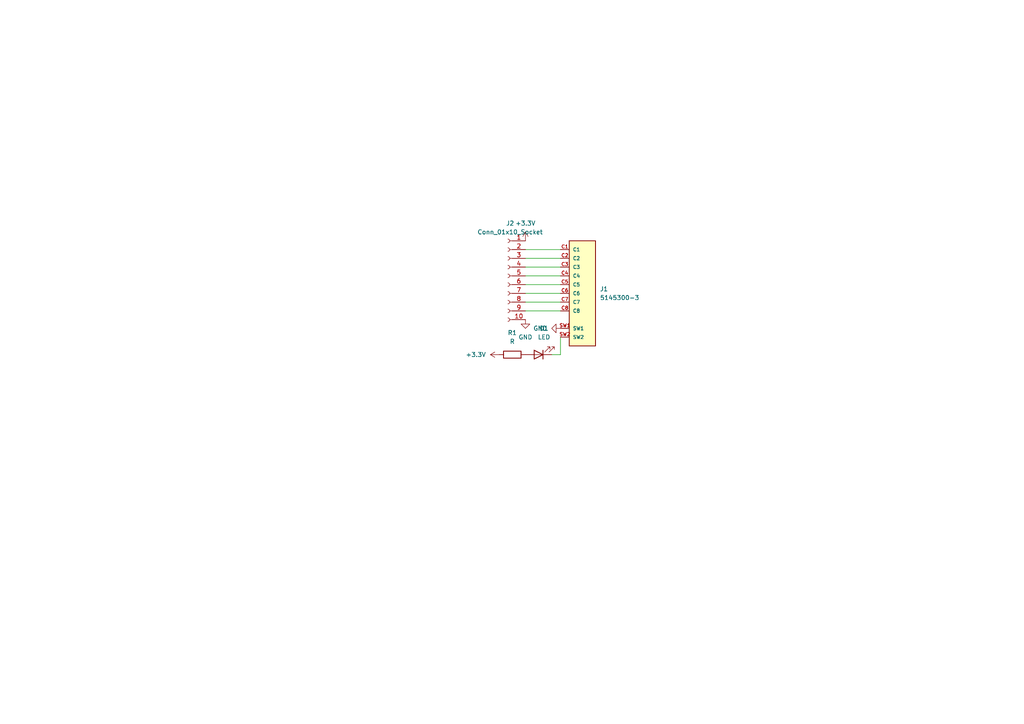
<source format=kicad_sch>
(kicad_sch (version 20230121) (generator eeschema)

  (uuid 0e90689e-63e1-4386-8e72-ce616efbd88b)

  (paper "A4")

  (lib_symbols
    (symbol "5145300-3:5145300-3" (pin_names (offset 1.016)) (in_bom yes) (on_board yes)
      (property "Reference" "J" (at -5.0883 15.9011 0)
        (effects (font (size 1.27 1.27)) (justify left bottom))
      )
      (property "Value" "5145300-3" (at -5.0832 -17.7912 0)
        (effects (font (size 1.27 1.27)) (justify left bottom))
      )
      (property "Footprint" "5145300-3:TE_5145300-3" (at 0 0 0)
        (effects (font (size 1.27 1.27)) (justify bottom) hide)
      )
      (property "Datasheet" "" (at 0 0 0)
        (effects (font (size 1.27 1.27)) hide)
      )
      (property "Comment" "5145300-3" (at 0 0 0)
        (effects (font (size 1.27 1.27)) (justify bottom) hide)
      )
      (property "MF" "TE Connectivity" (at 0 0 0)
        (effects (font (size 1.27 1.27)) (justify bottom) hide)
      )
      (property "Description" "\nConn Smart Card RCP 8 POS 2.54mm Solder ST SMD Tray\n" (at 0 0 0)
        (effects (font (size 1.27 1.27)) (justify bottom) hide)
      )
      (property "Package" "None" (at 0 0 0)
        (effects (font (size 1.27 1.27)) (justify bottom) hide)
      )
      (property "Price" "None" (at 0 0 0)
        (effects (font (size 1.27 1.27)) (justify bottom) hide)
      )
      (property "Check_prices" "https://www.snapeda.com/parts/5145300-3/TE+Connectivity+AMP+Connectors/view-part/?ref=eda" (at 0 0 0)
        (effects (font (size 1.27 1.27)) (justify bottom) hide)
      )
      (property "STANDARD" "Manufacturer recommendations" (at 0 0 0)
        (effects (font (size 1.27 1.27)) (justify bottom) hide)
      )
      (property "PARTREV" "C3" (at 0 0 0)
        (effects (font (size 1.27 1.27)) (justify bottom) hide)
      )
      (property "SnapEDA_Link" "https://www.snapeda.com/parts/5145300-3/TE+Connectivity+AMP+Connectors/view-part/?ref=snap" (at 0 0 0)
        (effects (font (size 1.27 1.27)) (justify bottom) hide)
      )
      (property "MP" "5145300-3" (at 0 0 0)
        (effects (font (size 1.27 1.27)) (justify bottom) hide)
      )
      (property "Purchase-URL" "https://www.snapeda.com/api/url_track_click_mouser/?unipart_id=543619&manufacturer=TE Connectivity&part_name=5145300-3&search_term=smart card connector" (at 0 0 0)
        (effects (font (size 1.27 1.27)) (justify bottom) hide)
      )
      (property "EU_RoHS_Compliance" "Compliant" (at 0 0 0)
        (effects (font (size 1.27 1.27)) (justify bottom) hide)
      )
      (property "Availability" "In Stock" (at 0 0 0)
        (effects (font (size 1.27 1.27)) (justify bottom) hide)
      )
      (property "MANUFACTURER" "TE Connectivity" (at 0 0 0)
        (effects (font (size 1.27 1.27)) (justify bottom) hide)
      )
      (symbol "5145300-3_0_0"
        (rectangle (start -5.08 -15.24) (end 2.54 15.24)
          (stroke (width 0.254) (type default))
          (fill (type background))
        )
        (pin passive line (at -7.62 12.7 0) (length 2.54)
          (name "C1" (effects (font (size 1.016 1.016))))
          (number "C1" (effects (font (size 1.016 1.016))))
        )
        (pin passive line (at -7.62 10.16 0) (length 2.54)
          (name "C2" (effects (font (size 1.016 1.016))))
          (number "C2" (effects (font (size 1.016 1.016))))
        )
        (pin passive line (at -7.62 7.62 0) (length 2.54)
          (name "C3" (effects (font (size 1.016 1.016))))
          (number "C3" (effects (font (size 1.016 1.016))))
        )
        (pin passive line (at -7.62 5.08 0) (length 2.54)
          (name "C4" (effects (font (size 1.016 1.016))))
          (number "C4" (effects (font (size 1.016 1.016))))
        )
        (pin passive line (at -7.62 2.54 0) (length 2.54)
          (name "C5" (effects (font (size 1.016 1.016))))
          (number "C5" (effects (font (size 1.016 1.016))))
        )
        (pin passive line (at -7.62 0 0) (length 2.54)
          (name "C6" (effects (font (size 1.016 1.016))))
          (number "C6" (effects (font (size 1.016 1.016))))
        )
        (pin passive line (at -7.62 -2.54 0) (length 2.54)
          (name "C7" (effects (font (size 1.016 1.016))))
          (number "C7" (effects (font (size 1.016 1.016))))
        )
        (pin passive line (at -7.62 -5.08 0) (length 2.54)
          (name "C8" (effects (font (size 1.016 1.016))))
          (number "C8" (effects (font (size 1.016 1.016))))
        )
        (pin passive line (at -7.62 -10.16 0) (length 2.54)
          (name "SW1" (effects (font (size 1.016 1.016))))
          (number "SW1" (effects (font (size 1.016 1.016))))
        )
        (pin passive line (at -7.62 -12.7 0) (length 2.54)
          (name "SW2" (effects (font (size 1.016 1.016))))
          (number "SW2" (effects (font (size 1.016 1.016))))
        )
      )
    )
    (symbol "Connector:Conn_01x10_Socket" (pin_names (offset 1.016) hide) (in_bom yes) (on_board yes)
      (property "Reference" "J" (at 0 12.7 0)
        (effects (font (size 1.27 1.27)))
      )
      (property "Value" "Conn_01x10_Socket" (at 0 -15.24 0)
        (effects (font (size 1.27 1.27)))
      )
      (property "Footprint" "" (at 0 0 0)
        (effects (font (size 1.27 1.27)) hide)
      )
      (property "Datasheet" "~" (at 0 0 0)
        (effects (font (size 1.27 1.27)) hide)
      )
      (property "ki_locked" "" (at 0 0 0)
        (effects (font (size 1.27 1.27)))
      )
      (property "ki_keywords" "connector" (at 0 0 0)
        (effects (font (size 1.27 1.27)) hide)
      )
      (property "ki_description" "Generic connector, single row, 01x10, script generated" (at 0 0 0)
        (effects (font (size 1.27 1.27)) hide)
      )
      (property "ki_fp_filters" "Connector*:*_1x??_*" (at 0 0 0)
        (effects (font (size 1.27 1.27)) hide)
      )
      (symbol "Conn_01x10_Socket_1_1"
        (arc (start 0 -12.192) (mid -0.5058 -12.7) (end 0 -13.208)
          (stroke (width 0.1524) (type default))
          (fill (type none))
        )
        (arc (start 0 -9.652) (mid -0.5058 -10.16) (end 0 -10.668)
          (stroke (width 0.1524) (type default))
          (fill (type none))
        )
        (arc (start 0 -7.112) (mid -0.5058 -7.62) (end 0 -8.128)
          (stroke (width 0.1524) (type default))
          (fill (type none))
        )
        (arc (start 0 -4.572) (mid -0.5058 -5.08) (end 0 -5.588)
          (stroke (width 0.1524) (type default))
          (fill (type none))
        )
        (arc (start 0 -2.032) (mid -0.5058 -2.54) (end 0 -3.048)
          (stroke (width 0.1524) (type default))
          (fill (type none))
        )
        (polyline
          (pts
            (xy -1.27 -12.7)
            (xy -0.508 -12.7)
          )
          (stroke (width 0.1524) (type default))
          (fill (type none))
        )
        (polyline
          (pts
            (xy -1.27 -10.16)
            (xy -0.508 -10.16)
          )
          (stroke (width 0.1524) (type default))
          (fill (type none))
        )
        (polyline
          (pts
            (xy -1.27 -7.62)
            (xy -0.508 -7.62)
          )
          (stroke (width 0.1524) (type default))
          (fill (type none))
        )
        (polyline
          (pts
            (xy -1.27 -5.08)
            (xy -0.508 -5.08)
          )
          (stroke (width 0.1524) (type default))
          (fill (type none))
        )
        (polyline
          (pts
            (xy -1.27 -2.54)
            (xy -0.508 -2.54)
          )
          (stroke (width 0.1524) (type default))
          (fill (type none))
        )
        (polyline
          (pts
            (xy -1.27 0)
            (xy -0.508 0)
          )
          (stroke (width 0.1524) (type default))
          (fill (type none))
        )
        (polyline
          (pts
            (xy -1.27 2.54)
            (xy -0.508 2.54)
          )
          (stroke (width 0.1524) (type default))
          (fill (type none))
        )
        (polyline
          (pts
            (xy -1.27 5.08)
            (xy -0.508 5.08)
          )
          (stroke (width 0.1524) (type default))
          (fill (type none))
        )
        (polyline
          (pts
            (xy -1.27 7.62)
            (xy -0.508 7.62)
          )
          (stroke (width 0.1524) (type default))
          (fill (type none))
        )
        (polyline
          (pts
            (xy -1.27 10.16)
            (xy -0.508 10.16)
          )
          (stroke (width 0.1524) (type default))
          (fill (type none))
        )
        (arc (start 0 0.508) (mid -0.5058 0) (end 0 -0.508)
          (stroke (width 0.1524) (type default))
          (fill (type none))
        )
        (arc (start 0 3.048) (mid -0.5058 2.54) (end 0 2.032)
          (stroke (width 0.1524) (type default))
          (fill (type none))
        )
        (arc (start 0 5.588) (mid -0.5058 5.08) (end 0 4.572)
          (stroke (width 0.1524) (type default))
          (fill (type none))
        )
        (arc (start 0 8.128) (mid -0.5058 7.62) (end 0 7.112)
          (stroke (width 0.1524) (type default))
          (fill (type none))
        )
        (arc (start 0 10.668) (mid -0.5058 10.16) (end 0 9.652)
          (stroke (width 0.1524) (type default))
          (fill (type none))
        )
        (pin passive line (at -5.08 10.16 0) (length 3.81)
          (name "Pin_1" (effects (font (size 1.27 1.27))))
          (number "1" (effects (font (size 1.27 1.27))))
        )
        (pin passive line (at -5.08 -12.7 0) (length 3.81)
          (name "Pin_10" (effects (font (size 1.27 1.27))))
          (number "10" (effects (font (size 1.27 1.27))))
        )
        (pin passive line (at -5.08 7.62 0) (length 3.81)
          (name "Pin_2" (effects (font (size 1.27 1.27))))
          (number "2" (effects (font (size 1.27 1.27))))
        )
        (pin passive line (at -5.08 5.08 0) (length 3.81)
          (name "Pin_3" (effects (font (size 1.27 1.27))))
          (number "3" (effects (font (size 1.27 1.27))))
        )
        (pin passive line (at -5.08 2.54 0) (length 3.81)
          (name "Pin_4" (effects (font (size 1.27 1.27))))
          (number "4" (effects (font (size 1.27 1.27))))
        )
        (pin passive line (at -5.08 0 0) (length 3.81)
          (name "Pin_5" (effects (font (size 1.27 1.27))))
          (number "5" (effects (font (size 1.27 1.27))))
        )
        (pin passive line (at -5.08 -2.54 0) (length 3.81)
          (name "Pin_6" (effects (font (size 1.27 1.27))))
          (number "6" (effects (font (size 1.27 1.27))))
        )
        (pin passive line (at -5.08 -5.08 0) (length 3.81)
          (name "Pin_7" (effects (font (size 1.27 1.27))))
          (number "7" (effects (font (size 1.27 1.27))))
        )
        (pin passive line (at -5.08 -7.62 0) (length 3.81)
          (name "Pin_8" (effects (font (size 1.27 1.27))))
          (number "8" (effects (font (size 1.27 1.27))))
        )
        (pin passive line (at -5.08 -10.16 0) (length 3.81)
          (name "Pin_9" (effects (font (size 1.27 1.27))))
          (number "9" (effects (font (size 1.27 1.27))))
        )
      )
    )
    (symbol "Device:LED" (pin_numbers hide) (pin_names (offset 1.016) hide) (in_bom yes) (on_board yes)
      (property "Reference" "D" (at 0 2.54 0)
        (effects (font (size 1.27 1.27)))
      )
      (property "Value" "LED" (at 0 -2.54 0)
        (effects (font (size 1.27 1.27)))
      )
      (property "Footprint" "" (at 0 0 0)
        (effects (font (size 1.27 1.27)) hide)
      )
      (property "Datasheet" "~" (at 0 0 0)
        (effects (font (size 1.27 1.27)) hide)
      )
      (property "ki_keywords" "LED diode" (at 0 0 0)
        (effects (font (size 1.27 1.27)) hide)
      )
      (property "ki_description" "Light emitting diode" (at 0 0 0)
        (effects (font (size 1.27 1.27)) hide)
      )
      (property "ki_fp_filters" "LED* LED_SMD:* LED_THT:*" (at 0 0 0)
        (effects (font (size 1.27 1.27)) hide)
      )
      (symbol "LED_0_1"
        (polyline
          (pts
            (xy -1.27 -1.27)
            (xy -1.27 1.27)
          )
          (stroke (width 0.254) (type default))
          (fill (type none))
        )
        (polyline
          (pts
            (xy -1.27 0)
            (xy 1.27 0)
          )
          (stroke (width 0) (type default))
          (fill (type none))
        )
        (polyline
          (pts
            (xy 1.27 -1.27)
            (xy 1.27 1.27)
            (xy -1.27 0)
            (xy 1.27 -1.27)
          )
          (stroke (width 0.254) (type default))
          (fill (type none))
        )
        (polyline
          (pts
            (xy -3.048 -0.762)
            (xy -4.572 -2.286)
            (xy -3.81 -2.286)
            (xy -4.572 -2.286)
            (xy -4.572 -1.524)
          )
          (stroke (width 0) (type default))
          (fill (type none))
        )
        (polyline
          (pts
            (xy -1.778 -0.762)
            (xy -3.302 -2.286)
            (xy -2.54 -2.286)
            (xy -3.302 -2.286)
            (xy -3.302 -1.524)
          )
          (stroke (width 0) (type default))
          (fill (type none))
        )
      )
      (symbol "LED_1_1"
        (pin passive line (at -3.81 0 0) (length 2.54)
          (name "K" (effects (font (size 1.27 1.27))))
          (number "1" (effects (font (size 1.27 1.27))))
        )
        (pin passive line (at 3.81 0 180) (length 2.54)
          (name "A" (effects (font (size 1.27 1.27))))
          (number "2" (effects (font (size 1.27 1.27))))
        )
      )
    )
    (symbol "Device:R" (pin_numbers hide) (pin_names (offset 0)) (in_bom yes) (on_board yes)
      (property "Reference" "R" (at 2.032 0 90)
        (effects (font (size 1.27 1.27)))
      )
      (property "Value" "R" (at 0 0 90)
        (effects (font (size 1.27 1.27)))
      )
      (property "Footprint" "" (at -1.778 0 90)
        (effects (font (size 1.27 1.27)) hide)
      )
      (property "Datasheet" "~" (at 0 0 0)
        (effects (font (size 1.27 1.27)) hide)
      )
      (property "ki_keywords" "R res resistor" (at 0 0 0)
        (effects (font (size 1.27 1.27)) hide)
      )
      (property "ki_description" "Resistor" (at 0 0 0)
        (effects (font (size 1.27 1.27)) hide)
      )
      (property "ki_fp_filters" "R_*" (at 0 0 0)
        (effects (font (size 1.27 1.27)) hide)
      )
      (symbol "R_0_1"
        (rectangle (start -1.016 -2.54) (end 1.016 2.54)
          (stroke (width 0.254) (type default))
          (fill (type none))
        )
      )
      (symbol "R_1_1"
        (pin passive line (at 0 3.81 270) (length 1.27)
          (name "~" (effects (font (size 1.27 1.27))))
          (number "1" (effects (font (size 1.27 1.27))))
        )
        (pin passive line (at 0 -3.81 90) (length 1.27)
          (name "~" (effects (font (size 1.27 1.27))))
          (number "2" (effects (font (size 1.27 1.27))))
        )
      )
    )
    (symbol "power:+3.3V" (power) (pin_names (offset 0)) (in_bom yes) (on_board yes)
      (property "Reference" "#PWR" (at 0 -3.81 0)
        (effects (font (size 1.27 1.27)) hide)
      )
      (property "Value" "+3.3V" (at 0 3.556 0)
        (effects (font (size 1.27 1.27)))
      )
      (property "Footprint" "" (at 0 0 0)
        (effects (font (size 1.27 1.27)) hide)
      )
      (property "Datasheet" "" (at 0 0 0)
        (effects (font (size 1.27 1.27)) hide)
      )
      (property "ki_keywords" "global power" (at 0 0 0)
        (effects (font (size 1.27 1.27)) hide)
      )
      (property "ki_description" "Power symbol creates a global label with name \"+3.3V\"" (at 0 0 0)
        (effects (font (size 1.27 1.27)) hide)
      )
      (symbol "+3.3V_0_1"
        (polyline
          (pts
            (xy -0.762 1.27)
            (xy 0 2.54)
          )
          (stroke (width 0) (type default))
          (fill (type none))
        )
        (polyline
          (pts
            (xy 0 0)
            (xy 0 2.54)
          )
          (stroke (width 0) (type default))
          (fill (type none))
        )
        (polyline
          (pts
            (xy 0 2.54)
            (xy 0.762 1.27)
          )
          (stroke (width 0) (type default))
          (fill (type none))
        )
      )
      (symbol "+3.3V_1_1"
        (pin power_in line (at 0 0 90) (length 0) hide
          (name "+3.3V" (effects (font (size 1.27 1.27))))
          (number "1" (effects (font (size 1.27 1.27))))
        )
      )
    )
    (symbol "power:GND" (power) (pin_names (offset 0)) (in_bom yes) (on_board yes)
      (property "Reference" "#PWR" (at 0 -6.35 0)
        (effects (font (size 1.27 1.27)) hide)
      )
      (property "Value" "GND" (at 0 -3.81 0)
        (effects (font (size 1.27 1.27)))
      )
      (property "Footprint" "" (at 0 0 0)
        (effects (font (size 1.27 1.27)) hide)
      )
      (property "Datasheet" "" (at 0 0 0)
        (effects (font (size 1.27 1.27)) hide)
      )
      (property "ki_keywords" "global power" (at 0 0 0)
        (effects (font (size 1.27 1.27)) hide)
      )
      (property "ki_description" "Power symbol creates a global label with name \"GND\" , ground" (at 0 0 0)
        (effects (font (size 1.27 1.27)) hide)
      )
      (symbol "GND_0_1"
        (polyline
          (pts
            (xy 0 0)
            (xy 0 -1.27)
            (xy 1.27 -1.27)
            (xy 0 -2.54)
            (xy -1.27 -1.27)
            (xy 0 -1.27)
          )
          (stroke (width 0) (type default))
          (fill (type none))
        )
      )
      (symbol "GND_1_1"
        (pin power_in line (at 0 0 270) (length 0) hide
          (name "GND" (effects (font (size 1.27 1.27))))
          (number "1" (effects (font (size 1.27 1.27))))
        )
      )
    )
  )


  (wire (pts (xy 152.4 82.55) (xy 162.56 82.55))
    (stroke (width 0) (type default))
    (uuid 03561529-9243-4c53-9542-1e5be1fd4ed6)
  )
  (wire (pts (xy 160.02 102.87) (xy 162.56 102.87))
    (stroke (width 0) (type default))
    (uuid 077d881f-6e0e-4b87-85f4-e7907aa41421)
  )
  (wire (pts (xy 152.4 87.63) (xy 162.56 87.63))
    (stroke (width 0) (type default))
    (uuid 17074cef-95c9-4342-8d3f-2418f43eff8e)
  )
  (wire (pts (xy 162.56 102.87) (xy 162.56 97.79))
    (stroke (width 0) (type default))
    (uuid 4ce34708-283f-40ac-ac7b-f13346ac342c)
  )
  (wire (pts (xy 152.4 85.09) (xy 162.56 85.09))
    (stroke (width 0) (type default))
    (uuid 5cf07e1b-3e81-49f5-bb8c-b79184492676)
  )
  (wire (pts (xy 152.4 72.39) (xy 162.56 72.39))
    (stroke (width 0) (type default))
    (uuid 7e61e8ba-8c70-4166-a80d-b79644bdf797)
  )
  (wire (pts (xy 152.4 90.17) (xy 162.56 90.17))
    (stroke (width 0) (type default))
    (uuid 868f5943-65ef-4863-9fba-6ddf021c1c7f)
  )
  (wire (pts (xy 152.4 74.93) (xy 162.56 74.93))
    (stroke (width 0) (type default))
    (uuid 909d7335-388e-42d9-92ef-36ff3a45c627)
  )
  (wire (pts (xy 152.4 77.47) (xy 162.56 77.47))
    (stroke (width 0) (type default))
    (uuid f1e40146-c177-4f51-9035-e67d88ef7c55)
  )
  (wire (pts (xy 152.4 80.01) (xy 162.56 80.01))
    (stroke (width 0) (type default))
    (uuid f4d8f7ae-f8a2-4eb6-9642-842e818c63ad)
  )

  (symbol (lib_id "Device:LED") (at 156.21 102.87 180) (unit 1)
    (in_bom yes) (on_board yes) (dnp no) (fields_autoplaced)
    (uuid 55232c59-454b-4839-a853-f6991c6d253c)
    (property "Reference" "D1" (at 157.7975 95.25 0)
      (effects (font (size 1.27 1.27)))
    )
    (property "Value" "LED" (at 157.7975 97.79 0)
      (effects (font (size 1.27 1.27)))
    )
    (property "Footprint" "LED_SMD:LED_0805_2012Metric" (at 156.21 102.87 0)
      (effects (font (size 1.27 1.27)) hide)
    )
    (property "Datasheet" "~" (at 156.21 102.87 0)
      (effects (font (size 1.27 1.27)) hide)
    )
    (pin "1" (uuid 162ecfe9-cf2d-4aea-90ba-8759b149c0b7))
    (pin "2" (uuid 4d6ca439-0fe0-463e-b313-6bac859f50ad))
    (instances
      (project "kf011c"
        (path "/0e90689e-63e1-4386-8e72-ce616efbd88b"
          (reference "D1") (unit 1)
        )
      )
    )
  )

  (symbol (lib_id "power:GND") (at 162.56 95.25 270) (unit 1)
    (in_bom yes) (on_board yes) (dnp no) (fields_autoplaced)
    (uuid 559f9ed9-0c78-4b44-a615-e0afd57c6db1)
    (property "Reference" "#PWR04" (at 156.21 95.25 0)
      (effects (font (size 1.27 1.27)) hide)
    )
    (property "Value" "GND" (at 158.75 95.25 90)
      (effects (font (size 1.27 1.27)) (justify right))
    )
    (property "Footprint" "" (at 162.56 95.25 0)
      (effects (font (size 1.27 1.27)) hide)
    )
    (property "Datasheet" "" (at 162.56 95.25 0)
      (effects (font (size 1.27 1.27)) hide)
    )
    (pin "1" (uuid 39a1eb9f-c7c9-47bf-a942-80431717fee3))
    (instances
      (project "kf011c"
        (path "/0e90689e-63e1-4386-8e72-ce616efbd88b"
          (reference "#PWR04") (unit 1)
        )
      )
    )
  )

  (symbol (lib_id "5145300-3:5145300-3") (at 170.18 85.09 0) (unit 1)
    (in_bom yes) (on_board yes) (dnp no) (fields_autoplaced)
    (uuid 6f70818f-64f2-434a-a33f-4233124a749b)
    (property "Reference" "J1" (at 173.99 83.82 0)
      (effects (font (size 1.27 1.27)) (justify left))
    )
    (property "Value" "5145300-3" (at 173.99 86.36 0)
      (effects (font (size 1.27 1.27)) (justify left))
    )
    (property "Footprint" "footprints:TE_5145300-3" (at 170.18 85.09 0)
      (effects (font (size 1.27 1.27)) (justify bottom) hide)
    )
    (property "Datasheet" "" (at 170.18 85.09 0)
      (effects (font (size 1.27 1.27)) hide)
    )
    (property "Comment" "5145300-3" (at 170.18 85.09 0)
      (effects (font (size 1.27 1.27)) (justify bottom) hide)
    )
    (property "MF" "TE Connectivity" (at 170.18 85.09 0)
      (effects (font (size 1.27 1.27)) (justify bottom) hide)
    )
    (property "Description" "\nConn Smart Card RCP 8 POS 2.54mm Solder ST SMD Tray\n" (at 170.18 85.09 0)
      (effects (font (size 1.27 1.27)) (justify bottom) hide)
    )
    (property "Package" "None" (at 170.18 85.09 0)
      (effects (font (size 1.27 1.27)) (justify bottom) hide)
    )
    (property "Price" "None" (at 170.18 85.09 0)
      (effects (font (size 1.27 1.27)) (justify bottom) hide)
    )
    (property "Check_prices" "https://www.snapeda.com/parts/5145300-3/TE+Connectivity+AMP+Connectors/view-part/?ref=eda" (at 170.18 85.09 0)
      (effects (font (size 1.27 1.27)) (justify bottom) hide)
    )
    (property "STANDARD" "Manufacturer recommendations" (at 170.18 85.09 0)
      (effects (font (size 1.27 1.27)) (justify bottom) hide)
    )
    (property "PARTREV" "C3" (at 170.18 85.09 0)
      (effects (font (size 1.27 1.27)) (justify bottom) hide)
    )
    (property "SnapEDA_Link" "https://www.snapeda.com/parts/5145300-3/TE+Connectivity+AMP+Connectors/view-part/?ref=snap" (at 170.18 85.09 0)
      (effects (font (size 1.27 1.27)) (justify bottom) hide)
    )
    (property "MP" "5145300-3" (at 170.18 85.09 0)
      (effects (font (size 1.27 1.27)) (justify bottom) hide)
    )
    (property "Purchase-URL" "https://www.snapeda.com/api/url_track_click_mouser/?unipart_id=543619&manufacturer=TE Connectivity&part_name=5145300-3&search_term=smart card connector" (at 170.18 85.09 0)
      (effects (font (size 1.27 1.27)) (justify bottom) hide)
    )
    (property "EU_RoHS_Compliance" "Compliant" (at 170.18 85.09 0)
      (effects (font (size 1.27 1.27)) (justify bottom) hide)
    )
    (property "Availability" "In Stock" (at 170.18 85.09 0)
      (effects (font (size 1.27 1.27)) (justify bottom) hide)
    )
    (property "MANUFACTURER" "TE Connectivity" (at 170.18 85.09 0)
      (effects (font (size 1.27 1.27)) (justify bottom) hide)
    )
    (pin "C1" (uuid 471d7c4d-1f05-4a33-bd64-81d1ee268ed3))
    (pin "C2" (uuid cf57b40f-9d62-43e5-89d3-1b241469fcc3))
    (pin "C3" (uuid 1e8aedaf-304a-4ee0-8646-b16ca6dada44))
    (pin "C4" (uuid 7d07ecd3-b1ae-4441-b222-6352baa1b076))
    (pin "C5" (uuid ff1e0886-0f4b-4435-a842-c21130d83793))
    (pin "C6" (uuid 9492f48c-84b0-48e1-b8d7-a4af0511a138))
    (pin "C7" (uuid 63aeb1df-aab4-48fb-8dd6-3bdfe15c3862))
    (pin "C8" (uuid cdf12913-39da-4eb6-8a31-514c095a347d))
    (pin "SW1" (uuid bb28770d-cfe3-4e8b-ab97-73577badd265))
    (pin "SW2" (uuid a546aed9-94a3-4f60-8a9b-983c8a0f19cb))
    (instances
      (project "kf011c"
        (path "/0e90689e-63e1-4386-8e72-ce616efbd88b"
          (reference "J1") (unit 1)
        )
      )
    )
  )

  (symbol (lib_id "power:+3.3V") (at 144.78 102.87 90) (unit 1)
    (in_bom yes) (on_board yes) (dnp no) (fields_autoplaced)
    (uuid 8bc5f5f7-fccc-4522-a7c7-aec7eaf424ee)
    (property "Reference" "#PWR02" (at 148.59 102.87 0)
      (effects (font (size 1.27 1.27)) hide)
    )
    (property "Value" "+3.3V" (at 140.97 102.87 90)
      (effects (font (size 1.27 1.27)) (justify left))
    )
    (property "Footprint" "" (at 144.78 102.87 0)
      (effects (font (size 1.27 1.27)) hide)
    )
    (property "Datasheet" "" (at 144.78 102.87 0)
      (effects (font (size 1.27 1.27)) hide)
    )
    (pin "1" (uuid c3fa3d3f-04f8-4139-a435-48663e89d08b))
    (instances
      (project "kf011c"
        (path "/0e90689e-63e1-4386-8e72-ce616efbd88b"
          (reference "#PWR02") (unit 1)
        )
      )
    )
  )

  (symbol (lib_id "Device:R") (at 148.59 102.87 90) (unit 1)
    (in_bom yes) (on_board yes) (dnp no) (fields_autoplaced)
    (uuid a3474657-919f-45c8-9db3-245b610a43c5)
    (property "Reference" "R1" (at 148.59 96.52 90)
      (effects (font (size 1.27 1.27)))
    )
    (property "Value" "R" (at 148.59 99.06 90)
      (effects (font (size 1.27 1.27)))
    )
    (property "Footprint" "Resistor_SMD:R_0805_2012Metric" (at 148.59 104.648 90)
      (effects (font (size 1.27 1.27)) hide)
    )
    (property "Datasheet" "~" (at 148.59 102.87 0)
      (effects (font (size 1.27 1.27)) hide)
    )
    (pin "1" (uuid 277224a1-656a-4e62-af0c-8b13d3c6454d))
    (pin "2" (uuid 5109fad6-7d5c-4ba9-baa3-26fb066b8377))
    (instances
      (project "kf011c"
        (path "/0e90689e-63e1-4386-8e72-ce616efbd88b"
          (reference "R1") (unit 1)
        )
      )
    )
  )

  (symbol (lib_id "power:GND") (at 152.4 92.71 0) (unit 1)
    (in_bom yes) (on_board yes) (dnp no) (fields_autoplaced)
    (uuid b2346c48-a526-405c-b8d5-b709ce40bb53)
    (property "Reference" "#PWR01" (at 152.4 99.06 0)
      (effects (font (size 1.27 1.27)) hide)
    )
    (property "Value" "GND" (at 152.4 97.79 0)
      (effects (font (size 1.27 1.27)))
    )
    (property "Footprint" "" (at 152.4 92.71 0)
      (effects (font (size 1.27 1.27)) hide)
    )
    (property "Datasheet" "" (at 152.4 92.71 0)
      (effects (font (size 1.27 1.27)) hide)
    )
    (pin "1" (uuid 0ed85e39-1d48-4b53-8fc1-f018d32c5063))
    (instances
      (project "kf011c"
        (path "/0e90689e-63e1-4386-8e72-ce616efbd88b"
          (reference "#PWR01") (unit 1)
        )
      )
    )
  )

  (symbol (lib_id "power:+3.3V") (at 152.4 69.85 0) (unit 1)
    (in_bom yes) (on_board yes) (dnp no) (fields_autoplaced)
    (uuid f3af0835-7113-4a8b-847a-82e8d4e400a9)
    (property "Reference" "#PWR05" (at 152.4 73.66 0)
      (effects (font (size 1.27 1.27)) hide)
    )
    (property "Value" "+3.3V" (at 152.4 64.77 0)
      (effects (font (size 1.27 1.27)))
    )
    (property "Footprint" "" (at 152.4 69.85 0)
      (effects (font (size 1.27 1.27)) hide)
    )
    (property "Datasheet" "" (at 152.4 69.85 0)
      (effects (font (size 1.27 1.27)) hide)
    )
    (pin "1" (uuid cfc38b55-41a6-4e49-8da2-d8af96c8b746))
    (instances
      (project "kf011c"
        (path "/0e90689e-63e1-4386-8e72-ce616efbd88b"
          (reference "#PWR05") (unit 1)
        )
      )
    )
  )

  (symbol (lib_id "Connector:Conn_01x10_Socket") (at 147.32 80.01 0) (mirror y) (unit 1)
    (in_bom yes) (on_board yes) (dnp no)
    (uuid ff7fcba8-b36e-4ed2-bfc0-d10707c077e6)
    (property "Reference" "J2" (at 147.955 64.77 0)
      (effects (font (size 1.27 1.27)))
    )
    (property "Value" "Conn_01x10_Socket" (at 147.955 67.31 0)
      (effects (font (size 1.27 1.27)))
    )
    (property "Footprint" "Connector_PinHeader_2.54mm:PinHeader_1x10_P2.54mm_Horizontal" (at 147.32 80.01 0)
      (effects (font (size 1.27 1.27)) hide)
    )
    (property "Datasheet" "~" (at 147.32 80.01 0)
      (effects (font (size 1.27 1.27)) hide)
    )
    (pin "1" (uuid 44589525-b4ce-4b10-b75d-2526e9cbd7d2))
    (pin "10" (uuid 3ad4f478-cd25-4e59-8969-167f575bbcc7))
    (pin "2" (uuid 1992a85f-cb77-4446-b3c8-31076a9fc02b))
    (pin "3" (uuid 1fe505ad-471e-409c-af4b-dabe5d34f91b))
    (pin "4" (uuid 6da3e210-cd56-42f3-a3ba-df3fff6532f0))
    (pin "5" (uuid 367731a2-0c5e-4b89-a906-befa15448983))
    (pin "6" (uuid 702cb2c2-8446-4413-a343-d9abec83edf5))
    (pin "7" (uuid da33322e-777a-49ce-b9a3-64df435aebee))
    (pin "8" (uuid c14532d1-aa51-4587-8835-820b26a762dd))
    (pin "9" (uuid 8397a329-7ba6-45be-9fc6-b58dccfd1da0))
    (instances
      (project "kf011c"
        (path "/0e90689e-63e1-4386-8e72-ce616efbd88b"
          (reference "J2") (unit 1)
        )
      )
    )
  )

  (sheet_instances
    (path "/" (page "1"))
  )
)

</source>
